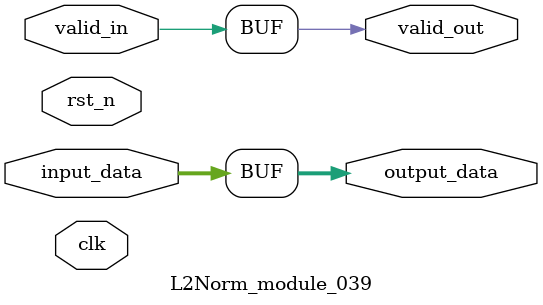
<source format=v>

module L2Norm_module_039 (
    input clk,
    input rst_n,
    input valid_in,
    output valid_out,
    // Add specific ports based on operator type
    input [31:0] input_data,
    output [31:0] output_data
);

    // Module implementation would go here
    // This is a template - actual implementation depends on the operator
    
        // Generic operator implementation
    assign output_data = input_data; // Placeholder
    assign valid_out = valid_in;

endmodule

</source>
